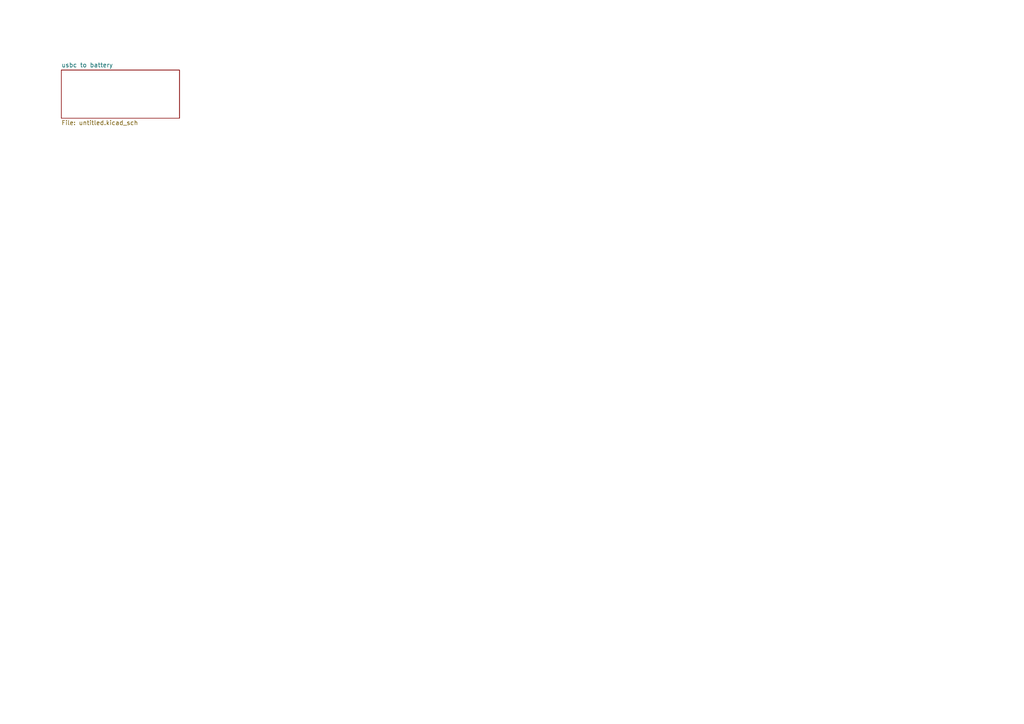
<source format=kicad_sch>
(kicad_sch
	(version 20250114)
	(generator "eeschema")
	(generator_version "9.0")
	(uuid "7054e5e4-3983-4485-b131-5214f87c93e9")
	(paper "A4")
	(lib_symbols)
	(sheet
		(at 17.78 20.32)
		(size 34.29 13.97)
		(exclude_from_sim no)
		(in_bom yes)
		(on_board yes)
		(dnp no)
		(fields_autoplaced yes)
		(stroke
			(width 0.1524)
			(type solid)
		)
		(fill
			(color 0 0 0 0.0000)
		)
		(uuid "a3d47104-c9ef-4a95-a43c-57341c93f3fb")
		(property "Sheetname" "usbc to battery"
			(at 17.78 19.6084 0)
			(effects
				(font
					(size 1.27 1.27)
				)
				(justify left bottom)
			)
		)
		(property "Sheetfile" "untitled.kicad_sch"
			(at 17.78 34.8746 0)
			(effects
				(font
					(size 1.27 1.27)
				)
				(justify left top)
			)
		)
		(instances
			(project "ipod suffle"
				(path "/7054e5e4-3983-4485-b131-5214f87c93e9"
					(page "2")
				)
			)
		)
	)
	(sheet_instances
		(path "/"
			(page "1")
		)
	)
	(embedded_fonts no)
)

</source>
